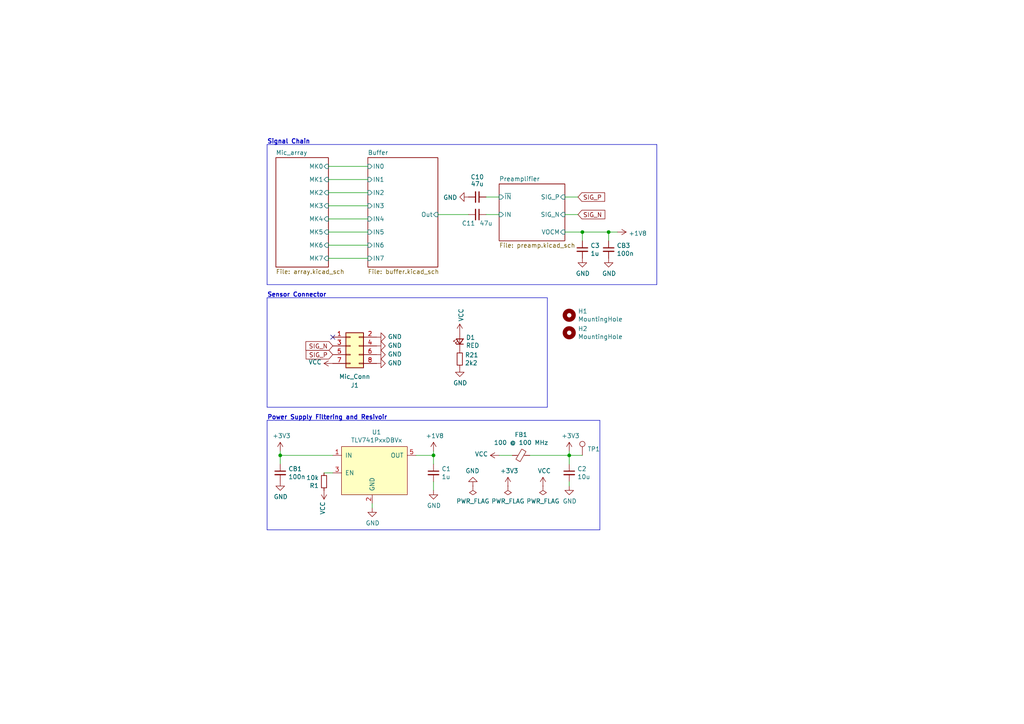
<source format=kicad_sch>
(kicad_sch (version 20230121) (generator eeschema)
  (paper "A4")
  (title_block (title "Microphone Board") (date "2020-10-14") (rev "Rev. B") (comment 4 "CM Geldenhuys"))
  (lib_symbols
    (symbol "Connector:TestPoint" (pin_numbers hide) (pin_names (offset 0.762) hide)
      (property "Reference" "TP" (at 0 6.858 0))
      (property "Value" "TestPoint" (at 0 5.08 0))
      (symbol "TestPoint_0_1"
        (circle (center 0 3.302) (radius 0.762))
      )
      (symbol "TestPoint_1_1"
        (pin passive line (at 0 0 90) (length 2.54) (name "1") (number "1"))
      )
    )
    (symbol "Connector_Generic:Conn_02x04_Odd_Even" (pin_names (offset 1.016) hide)
      (property "Reference" "J" (at 1.27 5.08 0))
      (property "Value" "Conn_02x04_Odd_Even" (at 1.27 -7.62 0))
      (symbol "Conn_02x04_Odd_Even_1_1"
        (rectangle (start -1.27 -4.953) (end 0 -5.207) (stroke (width 0.1524)))
        (rectangle (start -1.27 -2.413) (end 0 -2.667) (stroke (width 0.1524)))
        (rectangle (start -1.27 0.127) (end 0 -0.127) (stroke (width 0.1524)))
        (rectangle (start -1.27 2.667) (end 0 2.413) (stroke (width 0.1524)))
        (rectangle (start -1.27 3.81) (end 3.81 -6.35) (stroke (width 0.254)) (fill (type background)))
        (rectangle (start 3.81 -4.953) (end 2.54 -5.207) (stroke (width 0.1524)))
        (rectangle (start 3.81 -2.413) (end 2.54 -2.667) (stroke (width 0.1524)))
        (rectangle (start 3.81 0.127) (end 2.54 -0.127) (stroke (width 0.1524)))
        (rectangle (start 3.81 2.667) (end 2.54 2.413) (stroke (width 0.1524)))
        (pin passive line (at -5.08 2.54 0) (length 3.81) (name "Pin_1") (number "1"))
        (pin passive line (at 7.62 2.54 180) (length 3.81) (name "Pin_2") (number "2"))
        (pin passive line (at -5.08 0 0) (length 3.81) (name "Pin_3") (number "3"))
        (pin passive line (at 7.62 0 180) (length 3.81) (name "Pin_4") (number "4"))
        (pin passive line (at -5.08 -2.54 0) (length 3.81) (name "Pin_5") (number "5"))
        (pin passive line (at 7.62 -2.54 180) (length 3.81) (name "Pin_6") (number "6"))
        (pin passive line (at -5.08 -5.08 0) (length 3.81) (name "Pin_7") (number "7"))
        (pin passive line (at 7.62 -5.08 180) (length 3.81) (name "Pin_8") (number "8"))
      )
    )
    (symbol "Device:C_Small" (pin_numbers hide) (pin_names (offset 0.254) hide)
      (property "Reference" "C" (at 0.254 1.778 0))
      (property "Value" "C_Small" (at 0.254 -2.032 0))
      (symbol "C_Small_0_1"
        (polyline (pts (xy -1.524 -0.508) (xy 1.524 -0.508)) (stroke (width 0.3302)))
        (polyline (pts (xy -1.524 0.508) (xy 1.524 0.508)) (stroke (width 0.3048)))
      )
      (symbol "C_Small_1_1"
        (pin passive line (at 0 2.54 270) (length 2.032) (name "~") (number "1"))
        (pin passive line (at 0 -2.54 90) (length 2.032) (name "~") (number "2"))
      )
    )
    (symbol "Device:LED_Small" (pin_numbers hide) (pin_names (offset 0.254) hide)
      (property "Reference" "D" (at -1.27 3.175 0))
      (property "Value" "LED_Small" (at -4.445 -2.54 0))
      (symbol "LED_Small_0_1"
        (polyline (pts (xy -0.762 -1.016) (xy -0.762 1.016)) (stroke (width 0.254)))
        (polyline (pts (xy 1.016 0) (xy -0.762 0)))
        (polyline (pts (xy 0.762 -1.016) (xy -0.762 0) (xy 0.762 1.016) (xy 0.762 -1.016)) (stroke (width 0.254)))
        (polyline (pts (xy 0 0.762) (xy -0.508 1.27) (xy -0.254 1.27) (xy -0.508 1.27) (xy -0.508 1.016)))
        (polyline (pts (xy 0.508 1.27) (xy 0 1.778) (xy 0.254 1.778) (xy 0 1.778) (xy 0 1.524)))
      )
      (symbol "LED_Small_1_1"
        (pin passive line (at -2.54 0 0) (length 1.778) (name "K") (number "1"))
        (pin passive line (at 2.54 0 180) (length 1.778) (name "A") (number "2"))
      )
    )
    (symbol "Device:R_Small" (pin_numbers hide) (pin_names (offset 0.254) hide)
      (property "Reference" "R" (at 0.762 0.508 0))
      (property "Value" "R_Small" (at 0.762 -1.016 0))
      (symbol "R_Small_0_1"
        (rectangle (start -0.762 1.778) (end 0.762 -1.778) (stroke (width 0.2032)))
      )
      (symbol "R_Small_1_1"
        (pin passive line (at 0 2.54 270) (length 0.762) (name "~") (number "1"))
        (pin passive line (at 0 -2.54 90) (length 0.762) (name "~") (number "2"))
      )
    )
    (symbol "Mechanical:MountingHole" (pin_names (offset 1.016))
      (property "Reference" "H" (at 0 5.08 0))
      (property "Value" "MountingHole" (at 0 3.175 0))
      (symbol "MountingHole_0_1"
        (circle (center 0 0) (radius 1.27) (stroke (width 1.27)))
      )
    )
    (symbol "Sensor_Board-rescue:Ferrite_Bead_Small-Device" (pin_numbers hide) (pin_names (offset 0))
      (property "Reference" "FB" (at 1.905 1.27 0))
      (property "Value" "Device_Ferrite_Bead_Small" (at 1.905 -1.27 0))
      (symbol "Ferrite_Bead_Small-Device_0_1"
        (polyline (pts (xy 0 -1.27) (xy 0 -0.7874)))
        (polyline (pts (xy 0 0.889) (xy 0 1.2954)))
        (polyline (pts (xy -1.8288 0.2794) (xy -1.1176 1.4986) (xy 1.8288 -0.2032) (xy 1.1176 -1.4224) (xy -1.8288 0.2794)))
      )
      (symbol "Ferrite_Bead_Small-Device_1_1"
        (pin passive line (at 0 2.54 270) (length 1.27) (name "~") (number "1"))
        (pin passive line (at 0 -2.54 90) (length 1.27) (name "~") (number "2"))
      )
    )
    (symbol "grootvoet:TLV741PxxDBVx" (pin_names (offset 1.016))
      (property "Reference" "U" (at 10.16 -10.16 0))
      (property "Value" "TLV741PxxDBVx" (at 1.27 6.35 0))
      (symbol "TLV741PxxDBVx_0_0"
        (pin input line (at -11.43 2.54 0) (length 2.54) (name "IN") (number "1"))
        (pin passive line (at 0 -11.43 90) (length 2.54) (name "GND") (number "2"))
        (pin input line (at -11.43 -2.54 0) (length 2.54) (name "EN") (number "3"))
        (pin no_connect line (at 13.97 -15.24 180) (length 2.54) hide (name "NC") (number "4"))
        (pin output line (at 12.7 2.54 180) (length 2.54) (name "OUT") (number "5"))
      )
      (symbol "TLV741PxxDBVx_0_1"
        (rectangle (start 10.16 5.08) (end -8.89 -8.89) (fill (type background)))
      )
    )
    (symbol "power:+1V8" (power) (pin_names (offset 0))
      (property "Value" "+1V8" (at 0 3.556 0))
      (symbol "+1V8_0_1"
        (polyline (pts (xy -0.762 1.27) (xy 0 2.54)))
        (polyline (pts (xy 0 0) (xy 0 2.54)))
        (polyline (pts (xy 0 2.54) (xy 0.762 1.27)))
      )
      (symbol "+1V8_1_1"
        (pin power_in line (at 0 0 90) (length 0) hide (name "+1V8") (number "1"))
      )
    )
    (symbol "power:+3V3" (power) (pin_names (offset 0))
      (property "Value" "+3V3" (at 0 3.556 0))
      (symbol "+3V3_0_1"
        (polyline (pts (xy -0.762 1.27) (xy 0 2.54)))
        (polyline (pts (xy 0 0) (xy 0 2.54)))
        (polyline (pts (xy 0 2.54) (xy 0.762 1.27)))
      )
      (symbol "+3V3_1_1"
        (pin power_in line (at 0 0 90) (length 0) hide (name "+3V3") (number "1"))
      )
    )
    (symbol "power:GND" (power) (pin_names (offset 0))
      (property "Value" "GND" (at 0 -3.81 0))
      (symbol "GND_0_1"
        (polyline (pts (xy 0 0) (xy 0 -1.27) (xy 1.27 -1.27) (xy 0 -2.54) (xy -1.27 -1.27) (xy 0 -1.27)))
      )
      (symbol "GND_1_1"
        (pin power_in line (at 0 0 270) (length 0) hide (name "GND") (number "1"))
      )
    )
    (symbol "power:PWR_FLAG" (power) (pin_numbers hide) (pin_names (offset 0) hide)
      (property "Value" "PWR_FLAG" (at 0 3.81 0))
      (symbol "PWR_FLAG_0_0"
        (pin power_out line (at 0 0 90) (length 0) (name "pwr") (number "1"))
      )
      (symbol "PWR_FLAG_0_1"
        (polyline (pts (xy 0 0) (xy 0 1.27) (xy -1.016 1.905) (xy 0 2.54) (xy 1.016 1.905) (xy 0 1.27)))
      )
    )
    (symbol "power:VCC" (power) (pin_names (offset 0))
      (property "Value" "VCC" (at 0 3.81 0))
      (symbol "VCC_0_1"
        (polyline (pts (xy -0.762 1.27) (xy 0 2.54)))
        (polyline (pts (xy 0 0) (xy 0 2.54)))
        (polyline (pts (xy 0 2.54) (xy 0.762 1.27)))
      )
      (symbol "VCC_1_1"
        (pin power_in line (at 0 0 90) (length 0) hide (name "VCC") (number "1"))
      )
    )
  )
  (junction (at 81.28 132.08))
  (junction (at 176.53 67.31))
  (junction (at 165.1 132.08))
  (junction (at 168.91 67.31))
  (junction (at 125.73 132.08))
  (no_connect (at 96.52 97.79))
  (polyline (pts (xy 77.47 121.92) (xy 173.99 121.92)) (stroke (width 0) (type solid)))
  (wire (pts (xy 95.25 67.31) (xy 106.68 67.31)))
  (wire (pts (xy 176.53 67.31) (xy 168.91 67.31)))
  (wire (pts (xy 144.78 132.08) (xy 148.59 132.08)))
  (wire (pts (xy 153.67 132.08) (xy 165.1 132.08)))
  (wire (pts (xy 95.25 59.69) (xy 106.68 59.69)))
  (wire (pts (xy 125.73 134.62) (xy 125.73 132.08)))
  (wire (pts (xy 95.25 52.07) (xy 106.68 52.07)))
  (wire (pts (xy 106.68 63.5) (xy 95.25 63.5)))
  (wire (pts (xy 165.1 139.7) (xy 165.1 140.97)))
  (wire (pts (xy 95.25 74.93) (xy 106.68 74.93)))
  (wire (pts (xy 81.28 132.08) (xy 81.28 130.81)))
  (polyline (pts (xy 173.99 121.92) (xy 173.99 153.67)) (stroke (width 0) (type solid)))
  (polyline (pts (xy 158.75 86.36) (xy 77.47 86.36)) (stroke (width 0) (type solid)))
  (wire (pts (xy 167.64 57.15) (xy 163.83 57.15)))
  (wire (pts (xy 81.28 134.62) (xy 81.28 132.08)))
  (wire (pts (xy 140.97 57.15) (xy 144.78 57.15)))
  (polyline (pts (xy 158.75 86.36) (xy 158.75 118.11)) (stroke (width 0) (type solid)))
  (wire (pts (xy 165.1 132.08) (xy 168.91 132.08)))
  (wire (pts (xy 176.53 69.85) (xy 176.53 67.31)))
  (wire (pts (xy 125.73 132.08) (xy 120.65 132.08)))
  (wire (pts (xy 96.52 137.16) (xy 93.98 137.16)))
  (wire (pts (xy 140.97 62.23) (xy 144.78 62.23)))
  (wire (pts (xy 165.1 130.81) (xy 165.1 132.08)))
  (wire (pts (xy 165.1 132.08) (xy 165.1 134.62)))
  (polyline (pts (xy 190.5 41.91) (xy 77.47 41.91)) (stroke (width 0) (type solid)))
  (wire (pts (xy 167.64 62.23) (xy 163.83 62.23)))
  (wire (pts (xy 125.73 142.24) (xy 125.73 139.7)))
  (wire (pts (xy 135.89 62.23) (xy 127 62.23)))
  (wire (pts (xy 81.28 132.08) (xy 96.52 132.08)))
  (polyline (pts (xy 77.47 41.91) (xy 77.47 82.55)) (stroke (width 0) (type solid)))
  (polyline (pts (xy 77.47 118.11) (xy 158.75 118.11)) (stroke (width 0) (type solid)))
  (wire (pts (xy 106.68 71.12) (xy 95.25 71.12)))
  (wire (pts (xy 163.83 67.31) (xy 168.91 67.31)))
  (wire (pts (xy 179.07 67.31) (xy 176.53 67.31)))
  (wire (pts (xy 106.68 55.88) (xy 95.25 55.88)))
  (wire (pts (xy 107.95 147.32) (xy 107.95 146.05)))
  (wire (pts (xy 106.68 48.26) (xy 95.25 48.26)))
  (polyline (pts (xy 190.5 41.91) (xy 190.5 82.55)) (stroke (width 0) (type solid)))
  (polyline (pts (xy 77.47 82.55) (xy 190.5 82.55)) (stroke (width 0) (type solid)))
  (wire (pts (xy 168.91 69.85) (xy 168.91 67.31)))
  (polyline (pts (xy 77.47 86.36) (xy 77.47 118.11)) (stroke (width 0) (type solid)))
  (wire (pts (xy 125.73 130.81) (xy 125.73 132.08)))
  (polyline (pts (xy 77.47 153.67) (xy 77.47 121.92)) (stroke (width 0) (type solid)))
  (polyline (pts (xy 173.99 153.67) (xy 77.47 153.67)) (stroke (width 0) (type solid)))
  (text "Power Supply Filtering and Resivoir" (at 77.47 121.92 0) (effects (font (size 1.27 1.27) (thickness 0.254) bold) (justify left bottom)))
  (text "Signal Chain" (at 77.47 41.91 0) (effects (font (size 1.27 1.27) (thickness 0.254) bold) (justify left bottom)))
  (text "Sensor Connector" (at 77.47 86.36 0) (effects (font (size 1.27 1.27) (thickness 0.254) bold) (justify left bottom)))
  (global_label "SIG_N" (shape input) (at 167.64 62.23 0) (property "Intersheetrefs" "${INTERSHEET_REFS}" (effects hide)))
  (global_label "SIG_P" (shape input) (at 167.64 57.15 0) (property "Intersheetrefs" "${INTERSHEET_REFS}" (effects hide)))
  (global_label "SIG_N" (shape input) (at 96.52 100.33 180) (property "Intersheetrefs" "${INTERSHEET_REFS}" (effects hide)))
  (global_label "SIG_P" (shape input) (at 96.52 102.87 180) (property "Intersheetrefs" "${INTERSHEET_REFS}" (effects hide)))
  (symbol (lib_id "power:GND") (at 109.22 100.33 90) (unit 1)
    (property "Reference" "#PWR0101" (effects hide))
    (property "Value" "GND" (at 112.4712 100.203 90) (effects (justify right)))
  )
  (symbol (lib_id "grootvoet:TLV741PxxDBVx") (at 107.95 134.62 0) (unit 1)
    (property "Reference" "U1" (at 109.22 125.349 0))
    (property "Value" "TLV741PxxDBVx" (at 109.22 127.6604 0))
    (property "Footprint" "Package_TO_SOT_SMD:SOT-23-5" (effects hide))
    (property "MPN" "TLV74118PDBVR" (effects hide))
    (property "Mfr." "Texas Instruments" (effects hide))
  )
  (symbol (lib_id "Device:LED_Small") (at 133.35 99.06 90) (unit 1)
    (property "Reference" "D1" (at 135.128 97.8916 90) (effects (justify right)))
    (property "Value" "RED" (at 135.128 100.203 90) (effects (justify right)))
    (property "Footprint" "LED_SMD:LED_0603_1608Metric_Pad1.05x0.95mm_HandSolder" (effects hide))
    (property "MPN" "SML-D12U8WT86C" (effects hide))
    (property "Mfr." "ROHM Semiconductor" (effects hide))
  )
  (symbol (lib_id "Device:R_Small") (at 133.35 104.14 0) (unit 1)
    (property "Reference" "R21" (at 134.8486 102.9716 0) (effects (justify left)))
    (property "Value" "2k2" (at 134.8486 105.283 0) (effects (justify left)))
    (property "Footprint" "Resistor_SMD:R_0603_1608Metric_Pad0.98x0.95mm_HandSolder" (effects hide))
    (property "MPN" "ERJ-3EKF2201V" (effects hide))
    (property "Mfr." "Panasonic" (effects hide))
  )
  (symbol (lib_id "power:GND") (at 133.35 106.68 0) (unit 1)
    (property "Reference" "#PWR064" (effects hide))
    (property "Value" "GND" (at 133.477 111.0742 0))
  )
  (symbol (lib_id "power:VCC") (at 133.35 96.52 0) (unit 1)
    (property "Reference" "#PWR063" (effects hide))
    (property "Value" "VCC" (at 133.731 93.2942 90) (effects (justify left)))
  )
  (symbol (lib_id "Connector_Generic:Conn_02x04_Odd_Even") (at 101.6 100.33 0) (unit 1)
    (property "Reference" "J1" (at 102.87 111.76 0))
    (property "Value" "Mic_Conn" (at 102.87 109.22 0))
    (property "Footprint" "grootvoet:TE_7-215079-8" (effects hide))
    (property "MPN" "7-215079-8, 7-215083-8" (effects hide))
    (property "Mfr." "TE Connectivity" (effects hide))
  )
  (symbol (lib_id "Sensor_Board-rescue:Ferrite_Bead_Small-Device") (at 151.13 132.08 90) (unit 1)
    (property "Reference" "FB1" (at 151.13 126.0602 90))
    (property "Value" "100 @ 100 MHz" (at 151.13 128.3716 90))
    (property "Footprint" "Inductor_SMD:L_0603_1608Metric_Pad1.05x0.95mm_HandSolder" (effects hide))
    (property "MPN" "BLM18EG101TZ1D" (effects hide))
    (property "Mfr." "Murata Electronics" (effects hide))
  )
  (symbol (lib_id "power:PWR_FLAG") (at 147.32 140.97 180) (unit 1)
    (property "Reference" "#FLG01" (effects hide))
    (property "Value" "PWR_FLAG" (at 147.32 145.3642 0))
  )
  (symbol (lib_id "Connector:TestPoint") (at 168.91 132.08 0) (unit 1)
    (property "Reference" "TP1" (at 170.3832 130.2512 0) (effects (justify left)))
    (property "Value" "TestPoint" (effects hide))
    (property "Footprint" "TestPoint:TestPoint_Pad_D1.0mm" (effects hide))
    (property "Mfr." "TDK InvenSense" (effects hide))
    (property "MPN" "ICS-40300" (effects hide))
  )
  (symbol (lib_id "Device:R_Small") (at 93.98 139.7 180) (unit 1)
    (property "Reference" "R1" (at 92.4814 140.8684 0) (effects (justify left)))
    (property "Value" "10k" (at 92.4814 138.557 0) (effects (justify left)))
    (property "Footprint" "Resistor_SMD:R_0603_1608Metric_Pad0.98x0.95mm_HandSolder" (effects hide))
    (property "MPN" "RC0603JR-0710KL" (effects hide))
    (property "Mfr." "Yageo" (effects hide))
  )
  (symbol (lib_id "Mechanical:MountingHole") (at 165.1 96.52 0) (unit 1)
    (property "Reference" "H2" (at 167.64 95.3516 0) (effects (justify left)))
    (property "Value" "MountingHole" (at 167.64 97.663 0) (effects (justify left)))
    (property "Footprint" "MountingHole:MountingHole_3.2mm_M3_Pad_Via" (effects hide))
  )
  (symbol (lib_id "Mechanical:MountingHole") (at 165.1 91.44 0) (unit 1)
    (property "Reference" "H1" (at 167.64 90.2716 0) (effects (justify left)))
    (property "Value" "MountingHole" (at 167.64 92.583 0) (effects (justify left)))
    (property "Footprint" "MountingHole:MountingHole_3.2mm_M3_Pad_Via" (effects hide))
  )
  (symbol (lib_id "Device:C_Small") (at 165.1 137.16 0) (unit 1)
    (property "Reference" "C2" (at 167.4368 135.9916 0) (effects (justify left)))
    (property "Value" "10u" (at 167.4368 138.303 0) (effects (justify left)))
    (property "Footprint" "Capacitor_SMD:C_0805_2012Metric_Pad1.18x1.45mm_HandSolder" (effects hide))
    (property "MPN" "C0805C106K9PACTU" (effects hide))
    (property "Mfr." "KEMET" (effects hide))
  )
  (symbol (lib_id "power:VCC") (at 144.78 132.08 90) (unit 1)
    (property "Reference" "#PWR012" (effects hide))
    (property "Value" "VCC" (at 141.5542 131.699 90) (effects (justify left)))
  )
  (symbol (lib_id "power:+3V3") (at 165.1 130.81 0) (unit 1)
    (property "Reference" "#PWR015" (effects hide))
    (property "Value" "+3V3" (at 165.481 126.4158 0))
  )
  (symbol (lib_id "power:+3V3") (at 147.32 140.97 0) (unit 1)
    (property "Reference" "#PWR011" (effects hide))
    (property "Value" "+3V3" (at 147.701 136.5758 0))
  )
  (symbol (lib_id "power:PWR_FLAG") (at 157.48 140.97 180) (unit 1)
    (property "Reference" "#FLG02" (effects hide))
    (property "Value" "PWR_FLAG" (at 157.48 145.3642 0))
  )
  (symbol (lib_id "power:VCC") (at 157.48 140.97 0) (unit 1)
    (property "Reference" "#PWR013" (effects hide))
    (property "Value" "VCC" (at 157.861 136.5758 0))
  )
  (symbol (lib_id "power:VCC") (at 93.98 142.24 180) (unit 1)
    (property "Reference" "#PWR0105" (effects hide))
    (property "Value" "VCC" (at 93.599 145.4658 90) (effects (justify left)))
  )
  (symbol (lib_id "power:GND") (at 135.89 57.15 270) (unit 1)
    (property "Reference" "#PWR08" (effects hide))
    (property "Value" "GND" (at 132.6388 57.277 90) (effects (justify right)))
  )
  (symbol (lib_id "Device:C_Small") (at 125.73 137.16 0) (unit 1)
    (property "Reference" "C1" (at 128.0668 135.9916 0) (effects (justify left)))
    (property "Value" "1u" (at 128.0668 138.303 0) (effects (justify left)))
    (property "Footprint" "Capacitor_SMD:C_0603_1608Metric_Pad1.08x0.95mm_HandSolder" (effects hide))
    (property "MPN" "C0603C105K8RACTU" (effects hide))
    (property "Mfr." "KEMET" (effects hide))
  )
  (symbol (lib_id "power:GND") (at 125.73 142.24 0) (unit 1)
    (property "Reference" "#PWR07" (effects hide))
    (property "Value" "GND" (at 125.857 146.6342 0))
  )
  (symbol (lib_id "power:GND") (at 107.95 147.32 0) (unit 1)
    (property "Reference" "#PWR05" (effects hide))
    (property "Value" "GND" (at 108.077 151.7142 0))
  )
  (symbol (lib_id "power:VCC") (at 96.52 105.41 90) (unit 1)
    (property "Reference" "#PWR09" (effects hide))
    (property "Value" "VCC" (at 93.2942 105.029 90) (effects (justify left)))
  )
  (symbol (lib_id "power:GND") (at 109.22 102.87 90) (unit 1)
    (property "Reference" "#PWR010" (effects hide))
    (property "Value" "GND" (at 112.4712 102.743 90) (effects (justify right)))
  )
  (symbol (lib_id "power:GND") (at 165.1 140.97 0) (unit 1)
    (property "Reference" "#PWR014" (effects hide))
    (property "Value" "GND" (at 165.227 145.3642 0))
  )
  (symbol (lib_id "Device:C_Small") (at 81.28 137.16 0) (unit 1)
    (property "Reference" "CB1" (at 83.6168 135.9916 0) (effects (justify left)))
    (property "Value" "100n" (at 83.6168 138.303 0) (effects (justify left)))
    (property "Footprint" "Capacitor_SMD:C_0603_1608Metric_Pad1.08x0.95mm_HandSolder" (effects hide))
    (property "MPN" "C0603C104M5RACTU" (effects hide))
    (property "Mfr." "KEMET" (effects hide))
  )
  (symbol (lib_id "power:GND") (at 81.28 139.7 0) (unit 1)
    (property "Reference" "#PWR02" (effects hide))
    (property "Value" "GND" (at 81.407 144.0942 0))
  )
  (symbol (lib_id "power:+1V8") (at 125.73 130.81 0) (unit 1)
    (property "Reference" "#PWR06" (effects hide))
    (property "Value" "+1V8" (at 126.111 126.4158 0))
  )
  (symbol (lib_id "power:GND") (at 109.22 97.79 90) (unit 1)
    (property "Reference" "#PWR0102" (effects hide))
    (property "Value" "GND" (at 112.4712 97.663 90) (effects (justify right)))
  )
  (symbol (lib_id "power:GND") (at 109.22 105.41 90) (unit 1)
    (property "Reference" "#PWR0103" (effects hide))
    (property "Value" "GND" (at 112.4712 105.283 90) (effects (justify right)))
  )
  (symbol (lib_id "power:+1V8") (at 179.07 67.31 270) (unit 1)
    (property "Reference" "#PWR018" (effects hide))
    (property "Value" "+1V8" (at 182.3212 67.691 90) (effects (justify left)))
  )
  (symbol (lib_id "Device:C_Small") (at 168.91 72.39 0) (unit 1)
    (property "Reference" "C3" (at 171.2468 71.2216 0) (effects (justify left)))
    (property "Value" "1u" (at 171.2468 73.533 0) (effects (justify left)))
    (property "Footprint" "Capacitor_SMD:C_0603_1608Metric_Pad1.08x0.95mm_HandSolder" (effects hide))
    (property "MPN" "C0603C105K8RACTU" (effects hide))
    (property "Mfr." "KEMET" (effects hide))
  )
  (symbol (lib_id "power:GND") (at 168.91 74.93 0) (unit 1)
    (property "Reference" "#PWR016" (effects hide))
    (property "Value" "GND" (at 169.037 79.3242 0))
  )
  (symbol (lib_id "Device:C_Small") (at 176.53 72.39 0) (unit 1)
    (property "Reference" "CB3" (at 178.8668 71.2216 0) (effects (justify left)))
    (property "Value" "100n" (at 178.8668 73.533 0) (effects (justify left)))
    (property "Footprint" "Capacitor_SMD:C_0603_1608Metric_Pad1.08x0.95mm_HandSolder" (effects hide))
    (property "MPN" "C0603C104M5RACTU" (effects hide))
    (property "Mfr." "KEMET" (effects hide))
  )
  (symbol (lib_id "power:GND") (at 176.53 74.93 0) (unit 1)
    (property "Reference" "#PWR017" (effects hide))
    (property "Value" "GND" (at 176.657 79.3242 0))
  )
  (symbol (lib_id "power:GND") (at 137.16 140.97 180) (unit 1)
    (property "Reference" "#PWR0104" (effects hide))
    (property "Value" "GND" (at 137.033 136.5758 0))
  )
  (symbol (lib_id "power:PWR_FLAG") (at 137.16 140.97 180) (unit 1)
    (property "Reference" "#FLG0101" (effects hide))
    (property "Value" "PWR_FLAG" (at 137.16 145.3642 0))
  )
  (symbol (lib_id "power:+3V3") (at 81.28 130.81 0) (unit 1)
    (property "Reference" "#PWR01" (effects hide))
    (property "Value" "+3V3" (at 81.661 126.4158 0))
  )
  (symbol (lib_id "Device:C_Small") (at 138.43 57.15 270) (unit 1)
    (property "Reference" "C10" (at 138.43 51.3334 90))
    (property "Value" "47u" (at 138.43 53.34 90))
    (property "Footprint" "Capacitor_SMD:C_1206_3216Metric_Pad1.33x1.80mm_HandSolder" (effects hide))
    (property "MPN" "GRM31CR60J107KE39K" (effects hide))
    (property "Mfr." "Murata Electronics" (effects hide))
    (property "Notes" "Specified 47u but that is min. (>47u is better)" (effects hide))
  )
  (symbol (lib_id "Device:C_Small") (at 138.43 62.23 270) (unit 1)
    (property "Reference" "C11" (at 135.89 64.77 90))
    (property "Value" "47u" (at 140.97 64.77 90))
    (property "Footprint" "Capacitor_SMD:C_1206_3216Metric_Pad1.33x1.80mm_HandSolder" (effects hide))
    (property "MPN" "GRM31CR60J107KE39K" (effects hide))
    (property "Mfr." "Murata Electronics" (effects hide))
    (property "Notes" "Specified 47u but that is min. (>47u is better)" (effects hide))
  )
  (sheet (at 106.68 45.72) (size 20.32 31.75)
    (property "Sheetname" "Buffer" (at 106.68 45.0084 0) (effects (justify left bottom)))
    (property "Sheetfile" "buffer.kicad_sch" (at 106.68 78.0546 0) (effects (justify left top)))
    (pin "IN0" input (at 106.68 48.26 180))
    (pin "IN1" input (at 106.68 52.07 180))
    (pin "IN2" input (at 106.68 55.88 180))
    (pin "IN3" input (at 106.68 59.69 180))
    (pin "IN4" input (at 106.68 63.5 180))
    (pin "IN5" input (at 106.68 67.31 180))
    (pin "IN6" input (at 106.68 71.12 180))
    (pin "IN7" input (at 106.68 74.93 180))
    (pin "Out" input (at 127 62.23 0))
  )
  (sheet (at 144.78 53.34) (size 19.05 16.51)
    (property "Sheetname" "Preamplifier" (at 144.78 52.6284 0) (effects (justify left bottom)))
    (property "Sheetfile" "preamp.kicad_sch" (at 144.78 70.4346 0) (effects (justify left top)))
    (pin "SIG_P" input (at 163.83 57.15 0))
    (pin "SIG_N" input (at 163.83 62.23 0))
    (pin "~{IN}" input (at 144.78 57.15 180))
    (pin "IN" input (at 144.78 62.23 180))
    (pin "VOCM" input (at 163.83 67.31 0))
  )
  (sheet (at 80.01 45.72) (size 15.24 31.75)
    (property "Sheetname" "Mic_array" (at 80.01 45.0084 0) (effects (justify left bottom)))
    (property "Sheetfile" "array.kicad_sch" (at 80.01 78.0546 0) (effects (justify left top)))
    (pin "MK0" input (at 95.25 48.26 0))
    (pin "MK1" input (at 95.25 52.07 0))
    (pin "MK2" input (at 95.25 55.88 0))
    (pin "MK3" input (at 95.25 59.69 0))
    (pin "MK7" input (at 95.25 74.93 0))
    (pin "MK6" input (at 95.25 71.12 0))
    (pin "MK5" input (at 95.25 67.31 0))
    (pin "MK4" input (at 95.25 63.5 0))
  )
)
</source>
